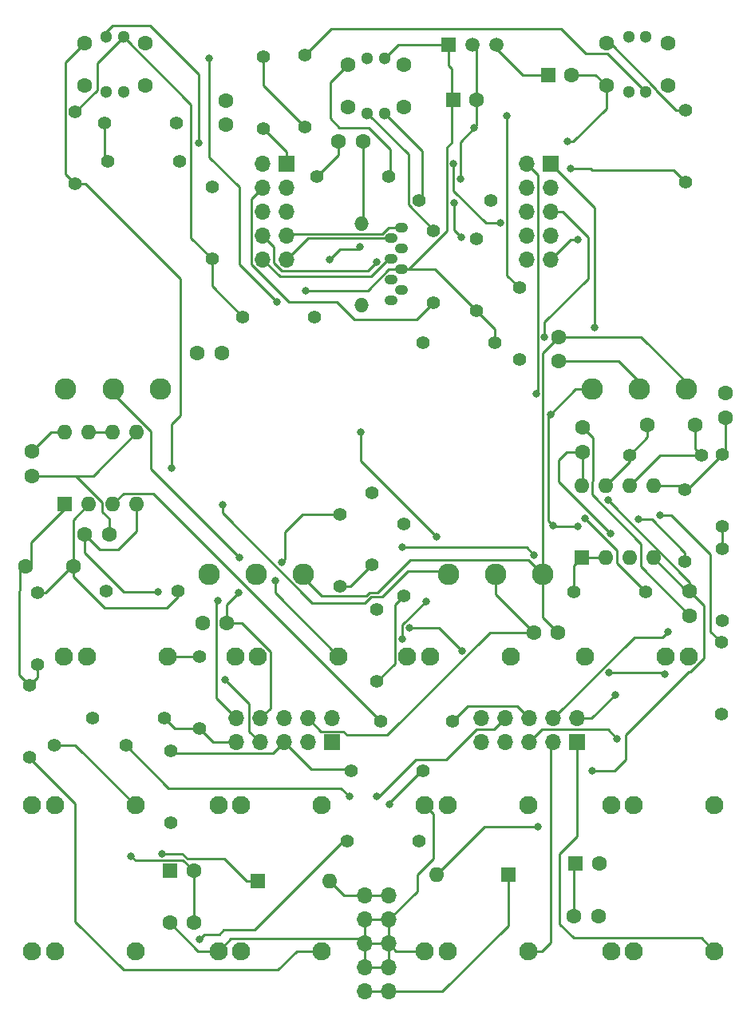
<source format=gbr>
G04 #@! TF.GenerationSoftware,KiCad,Pcbnew,7.0.1-0*
G04 #@! TF.CreationDate,2023-04-05T16:45:21-07:00*
G04 #@! TF.ProjectId,Kit-Trig-Sampler,4b69742d-5472-4696-972d-53616d706c65,rev?*
G04 #@! TF.SameCoordinates,PXb745f8PY7402318*
G04 #@! TF.FileFunction,Copper,L1,Top*
G04 #@! TF.FilePolarity,Positive*
%FSLAX46Y46*%
G04 Gerber Fmt 4.6, Leading zero omitted, Abs format (unit mm)*
G04 Created by KiCad (PCBNEW 7.0.1-0) date 2023-04-05 16:45:21*
%MOMM*%
%LPD*%
G01*
G04 APERTURE LIST*
G04 #@! TA.AperFunction,ComponentPad*
%ADD10C,1.397000*%
G04 #@! TD*
G04 #@! TA.AperFunction,ComponentPad*
%ADD11C,1.600000*%
G04 #@! TD*
G04 #@! TA.AperFunction,ComponentPad*
%ADD12R,1.600000X1.600000*%
G04 #@! TD*
G04 #@! TA.AperFunction,ComponentPad*
%ADD13O,1.600000X1.600000*%
G04 #@! TD*
G04 #@! TA.AperFunction,ComponentPad*
%ADD14R,1.700000X1.700000*%
G04 #@! TD*
G04 #@! TA.AperFunction,ComponentPad*
%ADD15O,1.700000X1.700000*%
G04 #@! TD*
G04 #@! TA.AperFunction,ComponentPad*
%ADD16R,1.500000X1.500000*%
G04 #@! TD*
G04 #@! TA.AperFunction,ComponentPad*
%ADD17C,1.500000*%
G04 #@! TD*
G04 #@! TA.AperFunction,ComponentPad*
%ADD18C,1.930400*%
G04 #@! TD*
G04 #@! TA.AperFunction,ComponentPad*
%ADD19C,1.300000*%
G04 #@! TD*
G04 #@! TA.AperFunction,ComponentPad*
%ADD20O,1.397000X1.092200*%
G04 #@! TD*
G04 #@! TA.AperFunction,ComponentPad*
%ADD21O,1.524000X1.524000*%
G04 #@! TD*
G04 #@! TA.AperFunction,ComponentPad*
%ADD22C,2.286000*%
G04 #@! TD*
G04 #@! TA.AperFunction,ViaPad*
%ADD23C,0.800000*%
G04 #@! TD*
G04 #@! TA.AperFunction,Conductor*
%ADD24C,0.250000*%
G04 #@! TD*
G04 APERTURE END LIST*
D10*
G04 #@! TO.P,R17,1*
G04 #@! TO.N,Net-(J5-SIG)*
X35949000Y19623800D03*
G04 #@! TO.P,R17,2*
G04 #@! TO.N,/D2*
X43569000Y19623800D03*
G04 #@! TD*
D11*
G04 #@! TO.P,C7,1*
G04 #@! TO.N,+12V*
X60017200Y11643800D03*
G04 #@! TO.P,C7,2*
G04 #@! TO.N,GND*
X62608000Y11643800D03*
G04 #@! TD*
G04 #@! TO.P,C17,1*
G04 #@! TO.N,/D12*
X35017200Y93743800D03*
G04 #@! TO.P,C17,2*
G04 #@! TO.N,GND*
X37608000Y93743800D03*
G04 #@! TD*
D10*
G04 #@! TO.P,R26,1*
G04 #@! TO.N,Net-(PLAY_BUT1-POLE-A)*
X40299000Y90043800D03*
G04 #@! TO.P,R26,2*
G04 #@! TO.N,/D12*
X32679000Y90043800D03*
G04 #@! TD*
G04 #@! TO.P,R2,1*
G04 #@! TO.N,Net-(J1-SIG)*
X39089000Y44153800D03*
G04 #@! TO.P,R2,2*
G04 #@! TO.N,/A0*
X39089000Y36533800D03*
G04 #@! TD*
G04 #@! TO.P,R37,1*
G04 #@! TO.N,Net-(R37-Pad1)*
X75759000Y52983800D03*
G04 #@! TO.P,R37,2*
G04 #@! TO.N,Net-(U1B-+)*
X75759000Y60603800D03*
G04 #@! TD*
D12*
G04 #@! TO.P,D2,1,K*
G04 #@! TO.N,Net-(D2-K)*
X52999000Y16043800D03*
D13*
G04 #@! TO.P,D2,2,A*
G04 #@! TO.N,-12VA*
X45379000Y16043800D03*
G04 #@! TD*
D10*
G04 #@! TO.P,R33,1*
G04 #@! TO.N,Net-(J13-SIG)*
X43979000Y27093800D03*
G04 #@! TO.P,R33,2*
G04 #@! TO.N,/A4*
X36359000Y27093800D03*
G04 #@! TD*
D14*
G04 #@! TO.P,JC1,1,+12V*
G04 #@! TO.N,/A0*
X34340978Y30080000D03*
D15*
G04 #@! TO.P,JC1,2,+12V*
G04 #@! TO.N,/A1*
X34340978Y32620000D03*
G04 #@! TO.P,JC1,3,GND*
G04 #@! TO.N,/A2*
X31800978Y30080000D03*
G04 #@! TO.P,JC1,4,GND*
G04 #@! TO.N,/A3*
X31800978Y32620000D03*
G04 #@! TO.P,JC1,5,GND*
G04 #@! TO.N,/A4*
X29260978Y30080000D03*
G04 #@! TO.P,JC1,6,GND*
G04 #@! TO.N,/A5*
X29260978Y32620000D03*
G04 #@! TO.P,JC1,7,GND*
G04 #@! TO.N,/A6*
X26720978Y30080000D03*
G04 #@! TO.P,JC1,8,GND*
G04 #@! TO.N,/A7*
X26720978Y32620000D03*
G04 #@! TO.P,JC1,9,-12V*
G04 #@! TO.N,/A8*
X24180978Y30080000D03*
G04 #@! TO.P,JC1,10,-12V*
G04 #@! TO.N,/A9*
X24180978Y32620000D03*
G04 #@! TD*
D10*
G04 #@! TO.P,R16,1*
G04 #@! TO.N,Net-(R16-Pad1)*
X31489000Y95333800D03*
G04 #@! TO.P,R16,2*
G04 #@! TO.N,Net-(Bank_But1-B)*
X31489000Y102953800D03*
G04 #@! TD*
D11*
G04 #@! TO.P,C1,1*
G04 #@! TO.N,/A1*
X58389000Y70472000D03*
G04 #@! TO.P,C1,2*
G04 #@! TO.N,GNDADC*
X58389000Y73062800D03*
G04 #@! TD*
D12*
G04 #@! TO.P,C4,1*
G04 #@! TO.N,+12V*
X60189000Y17243800D03*
D11*
G04 #@! TO.P,C4,2*
G04 #@! TO.N,GND*
X62689000Y17243800D03*
G04 #@! TD*
D10*
G04 #@! TO.P,R5,1*
G04 #@! TO.N,GND*
X41989000Y53253800D03*
G04 #@! TO.P,R5,2*
G04 #@! TO.N,/A0*
X41989000Y45633800D03*
G04 #@! TD*
G04 #@! TO.P,R14,1*
G04 #@! TO.N,Net-(U2A--)*
X3089000Y45963800D03*
G04 #@! TO.P,R14,2*
G04 #@! TO.N,Net-(C11-Pad2)*
X3089000Y38343800D03*
G04 #@! TD*
G04 #@! TO.P,R25,1*
G04 #@! TO.N,Net-(Bank_But1-POLE-A)*
X71805800Y97104200D03*
G04 #@! TO.P,R25,2*
G04 #@! TO.N,/D6*
X71805800Y89484200D03*
G04 #@! TD*
D11*
G04 #@! TO.P,C15,1*
G04 #@! TO.N,-12VA*
X8078200Y52133800D03*
G04 #@! TO.P,C15,2*
G04 #@! TO.N,GND*
X10669000Y52133800D03*
G04 #@! TD*
D12*
G04 #@! TO.P,C19,1*
G04 #@! TO.N,+12V*
X57264000Y100818800D03*
D11*
G04 #@! TO.P,C19,2*
G04 #@! TO.N,GND*
X59764000Y100818800D03*
G04 #@! TD*
D12*
G04 #@! TO.P,C20,1*
G04 #@! TO.N,+3V3*
X47189000Y98218800D03*
D11*
G04 #@! TO.P,C20,2*
G04 #@! TO.N,GND*
X49689000Y98218800D03*
G04 #@! TD*
D12*
G04 #@! TO.P,D1,1,K*
G04 #@! TO.N,+12V*
X26479000Y15343800D03*
D13*
G04 #@! TO.P,D1,2,A*
G04 #@! TO.N,Net-(D1-A)*
X34099000Y15343800D03*
G04 #@! TD*
D11*
G04 #@! TO.P,C13,1*
G04 #@! TO.N,-12VA*
X72289000Y46115600D03*
G04 #@! TO.P,C13,2*
G04 #@! TO.N,GND*
X72289000Y43524800D03*
G04 #@! TD*
D10*
G04 #@! TO.P,R23,1*
G04 #@! TO.N,Net-(PLAY_BUT1-G)*
X54189000Y78253800D03*
G04 #@! TO.P,R23,2*
G04 #@! TO.N,/D14*
X54189000Y70633800D03*
G04 #@! TD*
D11*
G04 #@! TO.P,C9,1*
G04 #@! TO.N,/A7*
X23160800Y42743800D03*
G04 #@! TO.P,C9,2*
G04 #@! TO.N,GNDADC*
X20570000Y42743800D03*
G04 #@! TD*
D12*
G04 #@! TO.P,U1,1*
G04 #@! TO.N,Net-(U1A--)*
X60789000Y49633800D03*
D13*
G04 #@! TO.P,U1,2,-*
X63329000Y49633800D03*
G04 #@! TO.P,U1,3,+*
G04 #@! TO.N,Net-(U1A-+)*
X65869000Y49633800D03*
G04 #@! TO.P,U1,4,V-*
G04 #@! TO.N,-12VA*
X68409000Y49633800D03*
G04 #@! TO.P,U1,5,+*
G04 #@! TO.N,Net-(U1B-+)*
X68409000Y57253800D03*
G04 #@! TO.P,U1,6,-*
G04 #@! TO.N,Net-(U1B--)*
X65869000Y57253800D03*
G04 #@! TO.P,U1,7*
G04 #@! TO.N,/A2*
X63329000Y57253800D03*
G04 #@! TO.P,U1,8,V+*
G04 #@! TO.N,+12V*
X60789000Y57253800D03*
G04 #@! TD*
D10*
G04 #@! TO.P,R30,1*
G04 #@! TO.N,+3V3*
X51562000Y72415400D03*
G04 #@! TO.P,R30,2*
G04 #@! TO.N,/D4*
X43942000Y72415400D03*
G04 #@! TD*
G04 #@! TO.P,R21,1*
G04 #@! TO.N,Net-(R21-Pad1)*
X10219000Y95703800D03*
G04 #@! TO.P,R21,2*
G04 #@! TO.N,Net-(REV_BUT1-R)*
X17839000Y95703800D03*
G04 #@! TD*
G04 #@! TO.P,R20,1*
G04 #@! TO.N,Net-(J6-SIG)*
X4829000Y29753800D03*
G04 #@! TO.P,R20,2*
G04 #@! TO.N,/D13*
X12449000Y29753800D03*
G04 #@! TD*
D15*
G04 #@! TO.P,J14,1,+12V*
G04 #@! TO.N,Net-(D1-A)*
X37819000Y13823800D03*
G04 #@! TO.P,J14,2,+12V*
X40359000Y13823800D03*
G04 #@! TO.P,J14,3,GND*
G04 #@! TO.N,GND*
X37819000Y11283800D03*
G04 #@! TO.P,J14,4,GND*
X40359000Y11283800D03*
G04 #@! TO.P,J14,5,GND*
X37819000Y8743800D03*
G04 #@! TO.P,J14,6,GND*
X40359000Y8743800D03*
G04 #@! TO.P,J14,7,GND*
X37819000Y6203800D03*
G04 #@! TO.P,J14,8,GND*
X40359000Y6203800D03*
G04 #@! TO.P,J14,9,-12V*
G04 #@! TO.N,Net-(D2-K)*
X37819000Y3663800D03*
G04 #@! TO.P,J14,10,-12V*
X40359000Y3663800D03*
G04 #@! TD*
D10*
G04 #@! TO.P,R4,1*
G04 #@! TO.N,Net-(J3-SIG)*
X20289000Y39153800D03*
G04 #@! TO.P,R4,2*
G04 #@! TO.N,/A8*
X20289000Y31533800D03*
G04 #@! TD*
G04 #@! TO.P,R28,1*
G04 #@! TO.N,+3V3*
X21589000Y81333800D03*
G04 #@! TO.P,R28,2*
G04 #@! TO.N,/D18*
X21589000Y88953800D03*
G04 #@! TD*
G04 #@! TO.P,R40,1*
G04 #@! TO.N,/D5*
X27079000Y95173800D03*
G04 #@! TO.P,R40,2*
G04 #@! TO.N,Net-(R16-Pad1)*
X27079000Y102793800D03*
G04 #@! TD*
G04 #@! TO.P,R1,1*
G04 #@! TO.N,Net-(J4-SIG)*
X75639000Y33043800D03*
G04 #@! TO.P,R1,2*
G04 #@! TO.N,Net-(U1A-+)*
X75639000Y40663800D03*
G04 #@! TD*
G04 #@! TO.P,R41,1*
G04 #@! TO.N,/D7*
X18149000Y91653800D03*
G04 #@! TO.P,R41,2*
G04 #@! TO.N,Net-(R21-Pad1)*
X10529000Y91653800D03*
G04 #@! TD*
G04 #@! TO.P,R12,1*
G04 #@! TO.N,/D15*
X47099000Y32343800D03*
G04 #@! TO.P,R12,2*
G04 #@! TO.N,Net-(U2A-+)*
X39479000Y32343800D03*
G04 #@! TD*
D11*
G04 #@! TO.P,C8,1*
G04 #@! TO.N,-12VA*
X19709800Y10943800D03*
G04 #@! TO.P,C8,2*
G04 #@! TO.N,GND*
X17119000Y10943800D03*
G04 #@! TD*
D10*
G04 #@! TO.P,R27,1*
G04 #@! TO.N,+3V3*
X7061200Y96875600D03*
G04 #@! TO.P,R27,2*
G04 #@! TO.N,/A6*
X7061200Y89255600D03*
G04 #@! TD*
D11*
G04 #@! TO.P,C6,1*
G04 #@! TO.N,/A2*
X67774400Y63743800D03*
G04 #@! TO.P,C6,2*
G04 #@! TO.N,Net-(U1B--)*
X72854400Y63743800D03*
G04 #@! TD*
D10*
G04 #@! TO.P,R6,1*
G04 #@! TO.N,GND*
X38589000Y56553800D03*
G04 #@! TO.P,R6,2*
G04 #@! TO.N,/A5*
X38589000Y48933800D03*
G04 #@! TD*
G04 #@! TO.P,R9,1*
G04 #@! TO.N,GND*
X75759000Y42963800D03*
G04 #@! TO.P,R9,2*
G04 #@! TO.N,Net-(R37-Pad1)*
X75759000Y50583800D03*
G04 #@! TD*
G04 #@! TO.P,R32,1*
G04 #@! TO.N,+3V3*
X24879000Y75143800D03*
G04 #@! TO.P,R32,2*
G04 #@! TO.N,/D17*
X32499000Y75143800D03*
G04 #@! TD*
D11*
G04 #@! TO.P,C2,1*
G04 #@! TO.N,/A9*
X20017200Y71343800D03*
G04 #@! TO.P,C2,2*
G04 #@! TO.N,GNDADC*
X22608000Y71343800D03*
G04 #@! TD*
D10*
G04 #@! TO.P,R13,1*
G04 #@! TO.N,GND*
X10329000Y46143800D03*
G04 #@! TO.P,R13,2*
G04 #@! TO.N,Net-(U2A--)*
X17949000Y46143800D03*
G04 #@! TD*
G04 #@! TO.P,R19,1*
G04 #@! TO.N,/D8*
X45089000Y76663800D03*
G04 #@! TO.P,R19,2*
G04 #@! TO.N,Net-(PLAY_BUT1-R)*
X45089000Y84283800D03*
G04 #@! TD*
D12*
G04 #@! TO.P,C5,1*
G04 #@! TO.N,GND*
X17139000Y16443800D03*
D11*
G04 #@! TO.P,C5,2*
G04 #@! TO.N,-12VA*
X19639000Y16443800D03*
G04 #@! TD*
G04 #@! TO.P,C14,1*
G04 #@! TO.N,+12V*
X2489000Y60915600D03*
G04 #@! TO.P,C14,2*
G04 #@! TO.N,GND*
X2489000Y58324800D03*
G04 #@! TD*
D10*
G04 #@! TO.P,R34,1*
G04 #@! TO.N,GND*
X17189000Y21533800D03*
G04 #@! TO.P,R34,2*
G04 #@! TO.N,/A4*
X17189000Y29153800D03*
G04 #@! TD*
D14*
G04 #@! TO.P,JA1,1,+12V*
G04 #@! TO.N,-12VA*
X57531000Y91429992D03*
D15*
G04 #@! TO.P,JA1,2,+12V*
G04 #@! TO.N,VREF+*
X54991000Y91429992D03*
G04 #@! TO.P,JA1,3,GND*
G04 #@! TO.N,/D11*
X57531000Y88889992D03*
G04 #@! TO.P,JA1,4,GND*
G04 #@! TO.N,/D10*
X54991000Y88889992D03*
G04 #@! TO.P,JA1,5,GND*
G04 #@! TO.N,/D14*
X57531000Y86349992D03*
G04 #@! TO.P,JA1,6,GND*
G04 #@! TO.N,/D12*
X54991000Y86349992D03*
G04 #@! TO.P,JA1,7,GND*
G04 #@! TO.N,GND*
X57531000Y83809992D03*
G04 #@! TO.P,JA1,8,GND*
G04 #@! TO.N,GNDADC*
X54991000Y83809992D03*
G04 #@! TO.P,JA1,9,-12V*
G04 #@! TO.N,+12V*
X57531000Y81269992D03*
G04 #@! TO.P,JA1,10,-12V*
G04 #@! TO.N,/Unused(5V)*
X54991000Y81269992D03*
G04 #@! TD*
D10*
G04 #@! TO.P,R31,1*
G04 #@! TO.N,+3V3*
X49649000Y75813800D03*
G04 #@! TO.P,R31,2*
G04 #@! TO.N,/D16*
X49649000Y83433800D03*
G04 #@! TD*
D12*
G04 #@! TO.P,U2,1*
G04 #@! TO.N,Net-(C11-Pad2)*
X5989000Y55333800D03*
D13*
G04 #@! TO.P,U2,2,-*
G04 #@! TO.N,Net-(U2A--)*
X8529000Y55333800D03*
G04 #@! TO.P,U2,3,+*
G04 #@! TO.N,Net-(U2A-+)*
X11069000Y55333800D03*
G04 #@! TO.P,U2,4,V-*
G04 #@! TO.N,-12VA*
X13609000Y55333800D03*
G04 #@! TO.P,U2,5,+*
G04 #@! TO.N,GND*
X13609000Y62953800D03*
G04 #@! TO.P,U2,6,-*
G04 #@! TO.N,Net-(U2B--)*
X11069000Y62953800D03*
G04 #@! TO.P,U2,7*
X8529000Y62953800D03*
G04 #@! TO.P,U2,8,V+*
G04 #@! TO.N,+12V*
X5989000Y62953800D03*
G04 #@! TD*
D10*
G04 #@! TO.P,R7,1*
G04 #@! TO.N,GND*
X8919000Y32673800D03*
G04 #@! TO.P,R7,2*
G04 #@! TO.N,/A8*
X16539000Y32673800D03*
G04 #@! TD*
D16*
G04 #@! TO.P,U3,1,VO*
G04 #@! TO.N,+3V3*
X46724000Y104026300D03*
D17*
G04 #@! TO.P,U3,2,GND*
G04 #@! TO.N,GND*
X49264000Y104026300D03*
G04 #@! TO.P,U3,3,VI*
G04 #@! TO.N,+12V*
X51804000Y104026300D03*
G04 #@! TD*
D11*
G04 #@! TO.P,C12,1*
G04 #@! TO.N,+12V*
X60889000Y60872000D03*
G04 #@! TO.P,C12,2*
G04 #@! TO.N,GND*
X60889000Y63462800D03*
G04 #@! TD*
G04 #@! TO.P,C16,1*
G04 #@! TO.N,/D6*
X23089000Y95543800D03*
G04 #@! TO.P,C16,2*
G04 #@! TO.N,GND*
X23089000Y98134600D03*
G04 #@! TD*
D10*
G04 #@! TO.P,R11,1*
G04 #@! TO.N,Net-(U1B-+)*
X71789000Y56853800D03*
G04 #@! TO.P,R11,2*
G04 #@! TO.N,VREF+*
X71789000Y49233800D03*
G04 #@! TD*
G04 #@! TO.P,R10,1*
G04 #@! TO.N,/A2*
X65879000Y60543800D03*
G04 #@! TO.P,R10,2*
G04 #@! TO.N,Net-(U1B--)*
X73499000Y60543800D03*
G04 #@! TD*
G04 #@! TO.P,R15,1*
G04 #@! TO.N,Net-(C11-Pad2)*
X2239000Y36093800D03*
G04 #@! TO.P,R15,2*
G04 #@! TO.N,Net-(J7-SIG)*
X2239000Y28473800D03*
G04 #@! TD*
D11*
G04 #@! TO.P,C11,1*
G04 #@! TO.N,Net-(U2A--)*
X6883600Y48763800D03*
G04 #@! TO.P,C11,2*
G04 #@! TO.N,Net-(C11-Pad2)*
X1803600Y48763800D03*
G04 #@! TD*
D10*
G04 #@! TO.P,R18,1*
G04 #@! TO.N,/D11*
X51189000Y87553800D03*
G04 #@! TO.P,R18,2*
G04 #@! TO.N,Net-(PLAY_BUT1-B)*
X43569000Y87553800D03*
G04 #@! TD*
D14*
G04 #@! TO.P,JB1,1,+12V*
G04 #@! TO.N,/AUDIO_OUT2*
X60341002Y30080000D03*
D15*
G04 #@! TO.P,JB1,2,+12V*
G04 #@! TO.N,/D0*
X60341002Y32620000D03*
G04 #@! TO.P,JB1,3,GND*
G04 #@! TO.N,/AUDIO_OUT1*
X57801002Y30080000D03*
G04 #@! TO.P,JB1,4,GND*
G04 #@! TO.N,/D1*
X57801002Y32620000D03*
G04 #@! TO.P,JB1,5,GND*
G04 #@! TO.N,/AUDIO_IN2*
X55261002Y30080000D03*
G04 #@! TO.P,JB1,6,GND*
G04 #@! TO.N,/D15*
X55261002Y32620000D03*
G04 #@! TO.P,JB1,7,GND*
G04 #@! TO.N,/AUDIO_IN1*
X52721002Y30080000D03*
G04 #@! TO.P,JB1,8,GND*
G04 #@! TO.N,/D13*
X52721002Y32620000D03*
G04 #@! TO.P,JB1,9,-12V*
G04 #@! TO.N,/D3*
X50181002Y30080000D03*
G04 #@! TO.P,JB1,10,-12V*
G04 #@! TO.N,/D2*
X50181002Y32620000D03*
G04 #@! TD*
D10*
G04 #@! TO.P,R8,1*
G04 #@! TO.N,Net-(U1A--)*
X59979000Y46043800D03*
G04 #@! TO.P,R8,2*
G04 #@! TO.N,Net-(U1B--)*
X67599000Y46043800D03*
G04 #@! TD*
D11*
G04 #@! TO.P,C3,1*
G04 #@! TO.N,GND*
X76089000Y67115600D03*
G04 #@! TO.P,C3,2*
G04 #@! TO.N,Net-(U1B-+)*
X76089000Y64524800D03*
G04 #@! TD*
D14*
G04 #@! TO.P,JD1,1,+12V*
G04 #@! TO.N,/D5*
X29530980Y91429992D03*
D15*
G04 #@! TO.P,JD1,2,+12V*
G04 #@! TO.N,/D6*
X26990980Y91429992D03*
G04 #@! TO.P,JD1,3,GND*
G04 #@! TO.N,/D19*
X29530980Y88889992D03*
G04 #@! TO.P,JD1,4,GND*
G04 #@! TO.N,/D8*
X26990980Y88889992D03*
G04 #@! TO.P,JD1,5,GND*
G04 #@! TO.N,/D18*
X29530980Y86349992D03*
G04 #@! TO.P,JD1,6,GND*
G04 #@! TO.N,/D7*
X26990980Y86349992D03*
G04 #@! TO.P,JD1,7,GND*
G04 #@! TO.N,/D17*
X29530980Y83809992D03*
G04 #@! TO.P,JD1,8,GND*
G04 #@! TO.N,/D4*
X26990980Y83809992D03*
G04 #@! TO.P,JD1,9,-12V*
G04 #@! TO.N,/D16*
X29530980Y81269992D03*
G04 #@! TO.P,JD1,10,-12V*
G04 #@! TO.N,/D9*
X26990980Y81269992D03*
G04 #@! TD*
D10*
G04 #@! TO.P,R3,1*
G04 #@! TO.N,Net-(J2-SIG)*
X35189000Y54253800D03*
G04 #@! TO.P,R3,2*
G04 #@! TO.N,/A5*
X35189000Y46633800D03*
G04 #@! TD*
D11*
G04 #@! TO.P,C10,1*
G04 #@! TO.N,/A3*
X55717200Y41743800D03*
G04 #@! TO.P,C10,2*
G04 #@! TO.N,GNDADC*
X58308000Y41743800D03*
G04 #@! TD*
D18*
G04 #@! TO.P,J10,1,SIG*
G04 #@! TO.N,/AUDIO_IN1*
X55153000Y23386564D03*
G04 #@! TO.P,J10,2,SHEILD*
G04 #@! TO.N,GND*
X44180200Y23386564D03*
G04 #@! TO.P,J10,3,SW*
G04 #@! TO.N,unconnected-(J10-SW-Pad3)*
X46593200Y23386564D03*
G04 #@! TD*
D11*
G04 #@! TO.P,Bank_But1,1,UP-A*
G04 #@! TO.N,unconnected-(Bank_But1-UP-A-Pad1)*
X69939000Y104186564D03*
G04 #@! TO.P,Bank_But1,2,POLE-A*
G04 #@! TO.N,Net-(Bank_But1-POLE-A)*
X63439000Y104186564D03*
G04 #@! TO.P,Bank_But1,3,DOWN-A*
G04 #@! TO.N,unconnected-(Bank_But1-DOWN-A-Pad3)*
X69939000Y99686564D03*
G04 #@! TO.P,Bank_But1,4,UP-B*
G04 #@! TO.N,GND*
X63439000Y99686564D03*
D19*
G04 #@! TO.P,Bank_But1,5,CA*
G04 #@! TO.N,+3V3*
X67589000Y104836564D03*
G04 #@! TO.P,Bank_But1,6,G*
G04 #@! TO.N,/D0*
X65789000Y104836564D03*
G04 #@! TO.P,Bank_But1,7,R*
G04 #@! TO.N,/D1*
X65789000Y99036564D03*
G04 #@! TO.P,Bank_But1,8,B*
G04 #@! TO.N,Net-(Bank_But1-B)*
X67589000Y99036564D03*
G04 #@! TD*
D20*
G04 #@! TO.P,SD1,1,DAT2*
G04 #@! TO.N,/D18*
X40619000Y76904049D03*
G04 #@! TO.P,SD1,2,CD/DAT3*
G04 #@! TO.N,/D19*
X41718820Y78003869D03*
G04 #@! TO.P,SD1,3,CMD*
G04 #@! TO.N,/D4*
X40619000Y79103943D03*
G04 #@! TO.P,SD1,4,VDD*
G04 #@! TO.N,+3V3*
X41718820Y80203763D03*
G04 #@! TO.P,SD1,5,CLK*
G04 #@! TO.N,/D9*
X40619000Y81303837D03*
G04 #@! TO.P,SD1,6,VSS*
G04 #@! TO.N,GND*
X41718820Y82403657D03*
G04 #@! TO.P,SD1,7,DAT0*
G04 #@! TO.N,/D16*
X40619000Y83503731D03*
G04 #@! TO.P,SD1,8,DAT1*
G04 #@! TO.N,/D17*
X41718820Y84603551D03*
D21*
G04 #@! TO.P,SD1,9,SHELL1*
G04 #@! TO.N,GND*
X37449080Y76461200D03*
G04 #@! TO.P,SD1,10,SHELL2*
X37449080Y85046400D03*
G04 #@! TD*
D22*
G04 #@! TO.P,POT_LENGTH1,1,Left*
G04 #@! TO.N,GNDADC*
X31289000Y47919800D03*
G04 #@! TO.P,POT_LENGTH1,2,Center*
G04 #@! TO.N,/A7*
X26289000Y47919800D03*
G04 #@! TO.P,POT_LENGTH1,3,Right*
G04 #@! TO.N,VREF+*
X21289000Y47919800D03*
G04 #@! TD*
D18*
G04 #@! TO.P,J2,1,SIG*
G04 #@! TO.N,Net-(J2-SIG)*
X35046000Y39186564D03*
G04 #@! TO.P,J2,2,SHEILD*
G04 #@! TO.N,GND*
X24073200Y39186564D03*
G04 #@! TO.P,J2,3,SW*
X26486200Y39186564D03*
G04 #@! TD*
D22*
G04 #@! TO.P,POT_PITCH1,1,Left*
G04 #@! TO.N,GNDADC*
X71889000Y67507564D03*
G04 #@! TO.P,POT_PITCH1,2,Center*
G04 #@! TO.N,/A1*
X66889000Y67507564D03*
G04 #@! TO.P,POT_PITCH1,3,Right*
G04 #@! TO.N,VREF+*
X61889000Y67507564D03*
G04 #@! TD*
D18*
G04 #@! TO.P,J7,1,SIG*
G04 #@! TO.N,Net-(J7-SIG)*
X33266000Y7961564D03*
G04 #@! TO.P,J7,2,SHEILD*
G04 #@! TO.N,GND*
X22293200Y7961564D03*
G04 #@! TO.P,J7,3,SW*
G04 #@! TO.N,unconnected-(J7-SW-Pad3)*
X24706200Y7961564D03*
G04 #@! TD*
G04 #@! TO.P,J6,1,SIG*
G04 #@! TO.N,Net-(J6-SIG)*
X13471000Y23386564D03*
G04 #@! TO.P,J6,2,SHEILD*
G04 #@! TO.N,GND*
X2498200Y23386564D03*
G04 #@! TO.P,J6,3,SW*
X4911200Y23386564D03*
G04 #@! TD*
G04 #@! TO.P,J4,1,SIG*
G04 #@! TO.N,Net-(J4-SIG)*
X61182000Y39186564D03*
G04 #@! TO.P,J4,2,SHEILD*
G04 #@! TO.N,GND*
X72154800Y39186564D03*
G04 #@! TO.P,J4,3,SW*
X69741800Y39186564D03*
G04 #@! TD*
D11*
G04 #@! TO.P,REV_BUT1,1,UP-A*
G04 #@! TO.N,unconnected-(REV_BUT1-UP-A-Pad1)*
X14539000Y104186564D03*
G04 #@! TO.P,REV_BUT1,2,POLE-A*
G04 #@! TO.N,/A6*
X8039000Y104186564D03*
G04 #@! TO.P,REV_BUT1,3,DOWN-A*
G04 #@! TO.N,unconnected-(REV_BUT1-DOWN-A-Pad3)*
X14539000Y99686564D03*
G04 #@! TO.P,REV_BUT1,4,UP-B*
G04 #@! TO.N,GND*
X8039000Y99686564D03*
D19*
G04 #@! TO.P,REV_BUT1,5,CA*
G04 #@! TO.N,+3V3*
X12189000Y104836564D03*
G04 #@! TO.P,REV_BUT1,6,G*
G04 #@! TO.N,/D10*
X10389000Y104836564D03*
G04 #@! TO.P,REV_BUT1,7,R*
G04 #@! TO.N,Net-(REV_BUT1-R)*
X10389000Y99036564D03*
G04 #@! TO.P,REV_BUT1,8,B*
G04 #@! TO.N,/D3*
X12189000Y99036564D03*
G04 #@! TD*
D18*
G04 #@! TO.P,J5,1,SIG*
G04 #@! TO.N,Net-(J5-SIG)*
X13471000Y7961564D03*
G04 #@! TO.P,J5,2,SHEILD*
G04 #@! TO.N,GND*
X2498200Y7961564D03*
G04 #@! TO.P,J5,3,SW*
X4911200Y7961564D03*
G04 #@! TD*
G04 #@! TO.P,J9,1,SIG*
G04 #@! TO.N,/AUDIO_OUT1*
X55126000Y7961564D03*
G04 #@! TO.P,J9,2,SHEILD*
G04 #@! TO.N,GND*
X44153200Y7961564D03*
G04 #@! TO.P,J9,3,SW*
G04 #@! TO.N,unconnected-(J9-SW-Pad3)*
X46566200Y7961564D03*
G04 #@! TD*
G04 #@! TO.P,J8,1,SIG*
G04 #@! TO.N,/AUDIO_IN2*
X74921000Y23386564D03*
G04 #@! TO.P,J8,2,SHEILD*
G04 #@! TO.N,GND*
X63948200Y23386564D03*
G04 #@! TO.P,J8,3,SW*
G04 #@! TO.N,unconnected-(J8-SW-Pad3)*
X66361200Y23386564D03*
G04 #@! TD*
G04 #@! TO.P,J1,1,SIG*
G04 #@! TO.N,Net-(J1-SIG)*
X53271000Y39186564D03*
G04 #@! TO.P,J1,2,SHEILD*
G04 #@! TO.N,GND*
X42298200Y39186564D03*
G04 #@! TO.P,J1,3,SW*
X44711200Y39186564D03*
G04 #@! TD*
G04 #@! TO.P,J11,1,SIG*
G04 #@! TO.N,/AUDIO_OUT2*
X74921000Y7961564D03*
G04 #@! TO.P,J11,2,SHEILD*
G04 #@! TO.N,GND*
X63948200Y7961564D03*
G04 #@! TO.P,J11,3,SW*
G04 #@! TO.N,unconnected-(J11-SW-Pad3)*
X66361200Y7961564D03*
G04 #@! TD*
G04 #@! TO.P,J13,1,SIG*
G04 #@! TO.N,Net-(J13-SIG)*
X33239000Y23386564D03*
G04 #@! TO.P,J13,2,SHEILD*
G04 #@! TO.N,GND*
X22266200Y23386564D03*
G04 #@! TO.P,J13,3,SW*
X24679200Y23386564D03*
G04 #@! TD*
D22*
G04 #@! TO.P,POT_START1,1,Left*
G04 #@! TO.N,GNDADC*
X56689000Y47875481D03*
G04 #@! TO.P,POT_START1,2,Center*
G04 #@! TO.N,/A3*
X51689000Y47875481D03*
G04 #@! TO.P,POT_START1,3,Right*
G04 #@! TO.N,VREF+*
X46689000Y47875481D03*
G04 #@! TD*
D11*
G04 #@! TO.P,PLAY_BUT1,1,UP-A*
G04 #@! TO.N,unconnected-(PLAY_BUT1-UP-A-Pad1)*
X41985000Y101911564D03*
G04 #@! TO.P,PLAY_BUT1,2,POLE-A*
G04 #@! TO.N,Net-(PLAY_BUT1-POLE-A)*
X35993000Y101911564D03*
G04 #@! TO.P,PLAY_BUT1,3,DOWN-A*
G04 #@! TO.N,unconnected-(PLAY_BUT1-DOWN-A-Pad3)*
X41985000Y97411564D03*
G04 #@! TO.P,PLAY_BUT1,4,UP-B*
G04 #@! TO.N,GND*
X35993000Y97411564D03*
D19*
G04 #@! TO.P,PLAY_BUT1,5,CA*
G04 #@! TO.N,+3V3*
X39889000Y102561564D03*
G04 #@! TO.P,PLAY_BUT1,6,G*
G04 #@! TO.N,Net-(PLAY_BUT1-G)*
X38089000Y102561564D03*
G04 #@! TO.P,PLAY_BUT1,7,R*
G04 #@! TO.N,Net-(PLAY_BUT1-R)*
X38089000Y96761564D03*
G04 #@! TO.P,PLAY_BUT1,8,B*
G04 #@! TO.N,Net-(PLAY_BUT1-B)*
X39889000Y96761564D03*
G04 #@! TD*
D22*
G04 #@! TO.P,POT_SAMP1,1,Left*
G04 #@! TO.N,GNDADC*
X16089000Y67507564D03*
G04 #@! TO.P,POT_SAMP1,2,Center*
G04 #@! TO.N,/A9*
X11089000Y67507564D03*
G04 #@! TO.P,POT_SAMP1,3,Right*
G04 #@! TO.N,VREF+*
X6089000Y67507564D03*
G04 #@! TD*
D18*
G04 #@! TO.P,J3,1,SIG*
G04 #@! TO.N,Net-(J3-SIG)*
X16871000Y39186564D03*
G04 #@! TO.P,J3,2,SHEILD*
G04 #@! TO.N,GND*
X5898200Y39186564D03*
G04 #@! TO.P,J3,3,SW*
X8311200Y39186564D03*
G04 #@! TD*
D23*
G04 #@! TO.N,GND*
X59314000Y93743800D03*
X49439000Y95218800D03*
X37279000Y82633800D03*
X47283500Y87254800D03*
X47953500Y89819300D03*
X34031701Y81276501D03*
X48046299Y83641099D03*
G04 #@! TO.N,+3V3*
X31519000Y77973800D03*
G04 #@! TO.N,+12V*
X60389000Y83368800D03*
X63889000Y52243800D03*
X16289000Y18293300D03*
G04 #@! TO.N,-12VA*
X15849000Y46013800D03*
X63609000Y55763800D03*
X62169000Y74043800D03*
X12989000Y18043800D03*
X61889000Y27043800D03*
X56189000Y21143800D03*
G04 #@! TO.N,/A2*
X55789000Y49943800D03*
X41789000Y50743800D03*
G04 #@! TO.N,/A7*
X24389000Y45943800D03*
G04 #@! TO.N,/A6*
X22989000Y36743800D03*
X17335343Y59190143D03*
G04 #@! TO.N,/D6*
X59664500Y90918800D03*
G04 #@! TO.N,/A9*
X22189000Y45143800D03*
X24489000Y49643800D03*
G04 #@! TO.N,Net-(U1B--)*
X61189000Y53793300D03*
G04 #@! TO.N,/D13*
X39089000Y24343800D03*
X36189000Y24343800D03*
G04 #@! TO.N,/AUDIO_IN2*
X64589000Y30443800D03*
G04 #@! TO.N,Net-(J1-SIG)*
X42538899Y42243800D03*
X48121701Y39801099D03*
G04 #@! TO.N,VREF+*
X60429000Y52943800D03*
X66879000Y53736099D03*
X22689000Y55243800D03*
X57489000Y64843800D03*
X57814000Y53068800D03*
X55964500Y67043800D03*
G04 #@! TO.N,/D10*
X20189000Y93603800D03*
G04 #@! TO.N,/D14*
X56890500Y73043800D03*
G04 #@! TO.N,/D12*
X47229000Y91423800D03*
X52164500Y85153800D03*
G04 #@! TO.N,/D0*
X64389000Y35143800D03*
G04 #@! TO.N,/D1*
X69951299Y41781501D03*
G04 #@! TO.N,/D3*
X21279000Y102593800D03*
X28509000Y76733800D03*
X37359000Y62963800D03*
X45409000Y51883800D03*
G04 #@! TO.N,/A1*
X41789000Y41043800D03*
X44289000Y45043800D03*
G04 #@! TO.N,Net-(J2-SIG)*
X28295600Y47218600D03*
X28973440Y49166442D03*
G04 #@! TO.N,Net-(J4-SIG)*
X69672200Y37287200D03*
X63686900Y37481300D03*
G04 #@! TO.N,Net-(J13-SIG)*
X40399000Y23533800D03*
G04 #@! TO.N,Net-(PLAY_BUT1-G)*
X52839000Y96453800D03*
G04 #@! TO.N,Net-(U1A-+)*
X69149000Y54153800D03*
G04 #@! TO.N,/D4*
X39031701Y81011099D03*
G04 #@! TO.N,Net-(J5-SIG)*
X20249000Y9163800D03*
G04 #@! TD*
D24*
G04 #@! TO.N,GND*
X13609000Y62953800D02*
X8980000Y58324800D01*
X41141236Y7961564D02*
X40359000Y8743800D01*
X37819000Y6203800D02*
X40359000Y6203800D01*
X17119000Y10943800D02*
X20101236Y7961564D01*
X59764000Y100818800D02*
X62306764Y100818800D01*
X37819000Y11283800D02*
X37819000Y8743800D01*
X9944000Y54518800D02*
X10669000Y53793800D01*
X61914000Y56787809D02*
X61889000Y56762809D01*
X37819000Y8743800D02*
X40359000Y8743800D01*
X45089000Y17763800D02*
X43379000Y16053800D01*
X67089000Y51143800D02*
X67089000Y48724800D01*
X63439000Y99686564D02*
X63439000Y97273800D01*
X2489000Y58324800D02*
X6749000Y58324800D01*
X44153200Y7961564D02*
X41141236Y7961564D01*
X23583400Y9251764D02*
X37311036Y9251764D01*
X34031701Y81276501D02*
X35150787Y82395587D01*
X49439000Y95218800D02*
X49689000Y95468800D01*
X37040787Y82395587D02*
X37279000Y82633800D01*
X7128991Y58324800D02*
X9944000Y55509791D01*
X48046299Y83641099D02*
X47283500Y84403898D01*
X47953500Y93733300D02*
X49439000Y95218800D01*
X59314000Y93743800D02*
X59909000Y93743800D01*
X20101236Y7961564D02*
X22293200Y7961564D01*
X47953500Y89819300D02*
X47953500Y93733300D01*
X37608000Y93743800D02*
X37608000Y85205320D01*
X40359000Y6203800D02*
X40359000Y8743800D01*
X67089000Y48724800D02*
X72289000Y43524800D01*
X6749000Y58324800D02*
X7128991Y58324800D01*
X62306764Y100818800D02*
X63439000Y99686564D01*
X35150787Y82395587D02*
X37040787Y82395587D01*
X49689000Y103601300D02*
X49264000Y104026300D01*
X49689000Y95468800D02*
X49689000Y103601300D01*
X8980000Y58324800D02*
X6749000Y58324800D01*
X43379000Y16053800D02*
X43379000Y14303800D01*
X45089000Y22477764D02*
X45089000Y17763800D01*
X9944000Y55509791D02*
X9944000Y54518800D01*
X60889000Y63462800D02*
X62014000Y62337800D01*
X40359000Y11283800D02*
X37819000Y11283800D01*
X22293200Y7961564D02*
X23583400Y9251764D01*
X47283500Y84403898D02*
X47283500Y87254800D01*
X62014000Y62337800D02*
X62014000Y57819791D01*
X10669000Y52133800D02*
X10669000Y53793800D01*
X62014000Y57819791D02*
X61914000Y57719791D01*
X61889000Y56762809D02*
X61889000Y56343800D01*
X37819000Y8743800D02*
X37819000Y6203800D01*
X44180200Y23386564D02*
X45089000Y22477764D01*
X59909000Y93743800D02*
X63439000Y97273800D01*
X61889000Y56343800D02*
X67089000Y51143800D01*
X43379000Y14303800D02*
X40359000Y11283800D01*
X61914000Y57719791D02*
X61914000Y56787809D01*
X40359000Y8743800D02*
X40359000Y11283800D01*
G04 #@! TO.N,+3V3*
X21589000Y78433800D02*
X24879000Y75143800D01*
X47064000Y93668800D02*
X47064000Y101528800D01*
X51562000Y72415400D02*
X51562000Y73900800D01*
X19349000Y97676564D02*
X19349000Y83573800D01*
X42456411Y80203763D02*
X46559000Y84306352D01*
X45259037Y80203763D02*
X41718820Y80203763D01*
X46504000Y91123495D02*
X46504000Y93108800D01*
X38104536Y77973800D02*
X40334499Y80203763D01*
X49649000Y75813800D02*
X45259037Y80203763D01*
X41718820Y80203763D02*
X42456411Y80203763D01*
X51562000Y73900800D02*
X49649000Y75813800D01*
X40334499Y80203763D02*
X41718820Y80203763D01*
X39889000Y102561564D02*
X41353736Y104026300D01*
X46504000Y93108800D02*
X47064000Y93668800D01*
X9414000Y99228400D02*
X7061200Y96875600D01*
X12189000Y104836564D02*
X9414000Y102061564D01*
X41353736Y104026300D02*
X46724000Y104026300D01*
X46559000Y84306352D02*
X46559000Y91068495D01*
X46559000Y91068495D02*
X46504000Y91123495D01*
X19349000Y83573800D02*
X21589000Y81333800D01*
X9414000Y102061564D02*
X9414000Y99228400D01*
X12189000Y104836564D02*
X19349000Y97676564D01*
X46724000Y101868800D02*
X46724000Y104026300D01*
X21589000Y81333800D02*
X21589000Y78433800D01*
X31519000Y77973800D02*
X38104536Y77973800D01*
X47064000Y101528800D02*
X46724000Y101868800D01*
G04 #@! TO.N,/A4*
X29260978Y30080000D02*
X32107178Y27233800D01*
X28085978Y28905000D02*
X17437800Y28905000D01*
X29260978Y30080000D02*
X28085978Y28905000D01*
X32107178Y27233800D02*
X36219000Y27233800D01*
G04 #@! TO.N,GNDADC*
X37955500Y45610300D02*
X38289000Y45943800D01*
X42642681Y49397481D02*
X55167000Y49397481D01*
X39189000Y45943800D02*
X42642681Y49397481D01*
X67133764Y73062800D02*
X72689000Y67507564D01*
X56689000Y71362800D02*
X58389000Y73062800D01*
X38289000Y45943800D02*
X39189000Y45943800D01*
X31289000Y47543800D02*
X33222500Y45610300D01*
X56689000Y43362800D02*
X58308000Y41743800D01*
X56689000Y47875481D02*
X56689000Y71362800D01*
X58389000Y73062800D02*
X67133764Y73062800D01*
X56689000Y47875481D02*
X56689000Y43362800D01*
X55167000Y49397481D02*
X56689000Y47875481D01*
X33222500Y45610300D02*
X37955500Y45610300D01*
G04 #@! TO.N,/A5*
X36289000Y46633800D02*
X38589000Y48933800D01*
X35189000Y46633800D02*
X36289000Y46633800D01*
G04 #@! TO.N,Net-(Bank_But1-B)*
X58619000Y105713800D02*
X34249000Y105713800D01*
X67589000Y99036564D02*
X63564000Y103061564D01*
X34249000Y105713800D02*
X31489000Y102953800D01*
X61271236Y103061564D02*
X58619000Y105713800D01*
X63564000Y103061564D02*
X61271236Y103061564D01*
G04 #@! TO.N,+12V*
X4527200Y62953800D02*
X2489000Y60915600D01*
X18425896Y18293300D02*
X18975396Y17743800D01*
X51804000Y104026300D02*
X51804000Y103618800D01*
X5989000Y62953800D02*
X4527200Y62953800D01*
X57531000Y81269992D02*
X59629808Y83368800D01*
X51804000Y103618800D02*
X54604000Y100818800D01*
X59217200Y60872000D02*
X60889000Y60872000D01*
X18975396Y17743800D02*
X22889000Y17743800D01*
X58389000Y60043800D02*
X59217200Y60872000D01*
X25289000Y15343800D02*
X26479000Y15343800D01*
X59629808Y83368800D02*
X60389000Y83368800D01*
X22889000Y17743800D02*
X25289000Y15343800D01*
X58389000Y57743800D02*
X58389000Y60043800D01*
X60889000Y60872000D02*
X60889000Y57353800D01*
X63889000Y52243800D02*
X58389000Y57743800D01*
X16289000Y18293300D02*
X18425896Y18293300D01*
X54604000Y100818800D02*
X57264000Y100818800D01*
X60017200Y17272000D02*
X60017200Y11643800D01*
G04 #@! TO.N,-12VA*
X11659000Y50553800D02*
X13609000Y52503800D01*
X9658200Y50553800D02*
X11659000Y50553800D01*
X72289000Y46115600D02*
X73789000Y44615600D01*
X8078200Y52133800D02*
X9658200Y50553800D01*
X68409000Y49633800D02*
X71927200Y46115600D01*
X50479000Y21143800D02*
X56189000Y21143800D01*
X61889000Y27043800D02*
X64289000Y27043800D01*
X18514000Y17568800D02*
X19639000Y16443800D01*
X12249000Y46013800D02*
X8078200Y50184600D01*
X8078200Y50184600D02*
X8078200Y52133800D01*
X13464000Y17568800D02*
X18514000Y17568800D01*
X13609000Y52503800D02*
X13609000Y55333800D01*
X45379000Y16043800D02*
X50479000Y21143800D01*
X57531000Y91429992D02*
X62169000Y86791992D01*
X64289000Y27043800D02*
X65489000Y28243800D01*
X65489000Y30843400D02*
X65489000Y28243800D01*
X15849000Y46013800D02*
X12249000Y46013800D01*
X63609000Y55763800D02*
X72289000Y47083800D01*
X72189400Y37543800D02*
X65489000Y30843400D01*
X73789000Y44615600D02*
X73789000Y38996145D01*
X19639000Y16443800D02*
X19639000Y11014600D01*
X12989000Y18043800D02*
X13464000Y17568800D01*
X73789000Y38996145D02*
X72336655Y37543800D01*
X72289000Y47083800D02*
X72289000Y46115600D01*
X72336655Y37543800D02*
X72189400Y37543800D01*
X62169000Y86791992D02*
X62169000Y74043800D01*
G04 #@! TO.N,/A2*
X67774400Y63743800D02*
X67774400Y62439200D01*
X63329000Y57253800D02*
X65879000Y59803800D01*
X67774400Y62439200D02*
X65879000Y60543800D01*
X54989000Y50743800D02*
X55789000Y49943800D01*
X41789000Y50743800D02*
X54989000Y50743800D01*
X65879000Y59803800D02*
X65879000Y60543800D01*
G04 #@! TO.N,/A7*
X23160800Y42743800D02*
X23160800Y44715600D01*
X27789000Y39708383D02*
X27789000Y33688022D01*
X27789000Y33688022D02*
X26720978Y32620000D01*
X24753583Y42743800D02*
X27789000Y39708383D01*
X23160800Y44715600D02*
X24389000Y45943800D01*
X23160800Y42743800D02*
X24753583Y42743800D01*
G04 #@! TO.N,/A6*
X8167200Y89255600D02*
X7061200Y89255600D01*
X26720978Y30080000D02*
X25545978Y31255000D01*
X18211800Y64709914D02*
X18211800Y79211000D01*
X25545978Y34186822D02*
X22989000Y36743800D01*
X25545978Y31255000D02*
X25545978Y34186822D01*
X6037700Y90279100D02*
X7061200Y89255600D01*
X18211800Y79211000D02*
X8167200Y89255600D01*
X6037700Y102185264D02*
X6037700Y90279100D01*
X17335343Y59190143D02*
X17335343Y63833457D01*
X17335343Y63833457D02*
X18211800Y64709914D01*
X8039000Y104186564D02*
X6037700Y102185264D01*
G04 #@! TO.N,Net-(R16-Pad1)*
X31489000Y95333800D02*
X27079000Y99743800D01*
X27079000Y99743800D02*
X27079000Y102793800D01*
G04 #@! TO.N,Net-(C11-Pad2)*
X1139000Y37193800D02*
X2239000Y36093800D01*
X1139000Y46113800D02*
X1139000Y37193800D01*
X5989000Y54809200D02*
X2423600Y51243800D01*
X1803600Y48763800D02*
X1249000Y48209200D01*
X3089000Y36943800D02*
X2239000Y36093800D01*
X1249000Y48209200D02*
X1249000Y46223800D01*
X2423600Y51243800D02*
X2423600Y48988400D01*
X3089000Y38343800D02*
X3089000Y36943800D01*
X1249000Y46223800D02*
X1139000Y46113800D01*
G04 #@! TO.N,/D6*
X61735200Y90918800D02*
X61925200Y90728800D01*
X61925200Y90728800D02*
X70561200Y90728800D01*
X59664500Y90918800D02*
X61735200Y90918800D01*
X70561200Y90728800D02*
X71805800Y89484200D01*
G04 #@! TO.N,/D8*
X26990980Y88889992D02*
X25815980Y87714992D01*
X34819000Y76783800D02*
X36739000Y74863800D01*
X43289000Y74863800D02*
X45089000Y76663800D01*
X25815980Y80746820D02*
X29779000Y76783800D01*
X36739000Y74863800D02*
X43289000Y74863800D01*
X29779000Y76783800D02*
X34819000Y76783800D01*
X25815980Y87714992D02*
X25815980Y80746820D01*
G04 #@! TO.N,/A9*
X22035800Y44990600D02*
X22035800Y34765178D01*
X22189000Y45143800D02*
X22035800Y44990600D01*
X22035800Y34765178D02*
X24180978Y32620000D01*
X15089000Y59043800D02*
X24489000Y49643800D01*
X15089000Y63064791D02*
X15089000Y59043800D01*
X10646227Y67507564D02*
X15089000Y63064791D01*
G04 #@! TO.N,Net-(R21-Pad1)*
X10219000Y95703800D02*
X10219000Y91963800D01*
G04 #@! TO.N,Net-(Bank_But1-POLE-A)*
X63848009Y104186564D02*
X68732400Y99302173D01*
X68732400Y99302173D02*
X68732400Y99187000D01*
X70815200Y97104200D02*
X71805800Y97104200D01*
X68732400Y99187000D02*
X70815200Y97104200D01*
G04 #@! TO.N,Net-(U1B-+)*
X76089000Y64524800D02*
X76089000Y60933800D01*
X75759000Y60603800D02*
X72009000Y56853800D01*
X68409000Y57253800D02*
X71389000Y57253800D01*
G04 #@! TO.N,Net-(U1B--)*
X72854400Y63743800D02*
X72854400Y61188400D01*
X65869000Y57253800D02*
X69159000Y60543800D01*
X72854400Y61188400D02*
X73499000Y60543800D01*
X61189000Y53793300D02*
X64589000Y50393300D01*
X69159000Y60543800D02*
X73499000Y60543800D01*
X64589000Y49053800D02*
X67599000Y46043800D01*
X64589000Y50393300D02*
X64589000Y49053800D01*
G04 #@! TO.N,/D15*
X48699000Y33943800D02*
X53937202Y33943800D01*
X47099000Y32343800D02*
X48699000Y33943800D01*
X53937202Y33943800D02*
X55261002Y32620000D01*
G04 #@! TO.N,/D13*
X12449000Y29753800D02*
X16969000Y25233800D01*
X46464698Y28267300D02*
X49642398Y31445000D01*
X16969000Y25233800D02*
X35299000Y25233800D01*
X52721002Y32620000D02*
X51546002Y31445000D01*
X39289000Y24343800D02*
X43212500Y28267300D01*
X51546002Y31445000D02*
X49642398Y31445000D01*
X39289000Y24343800D02*
X39089000Y24343800D01*
X46464698Y28267300D02*
X43212500Y28267300D01*
X35299000Y25233800D02*
X36189000Y24343800D01*
G04 #@! TO.N,/AUDIO_IN2*
X63587800Y31445000D02*
X64589000Y30443800D01*
X56626002Y31445000D02*
X63587800Y31445000D01*
X55261002Y30080000D02*
X56626002Y31445000D01*
G04 #@! TO.N,Net-(U2A--)*
X6883600Y48763800D02*
X6883600Y53688400D01*
X16809000Y44343800D02*
X17949000Y45483800D01*
X10172230Y44343800D02*
X16809000Y44343800D01*
X3089000Y45963800D02*
X3943600Y45963800D01*
X6883600Y47632430D02*
X10172230Y44343800D01*
X6883600Y53688400D02*
X8529000Y55333800D01*
X17949000Y45483800D02*
X17949000Y46143800D01*
X3943600Y45963800D02*
X6743600Y48763800D01*
X6883600Y48763800D02*
X6883600Y47632430D01*
G04 #@! TO.N,/AUDIO_OUT1*
X56595992Y7961564D02*
X55126000Y7961564D01*
X57489000Y8854572D02*
X56595992Y7961564D01*
X57489000Y29767998D02*
X57489000Y8854572D01*
G04 #@! TO.N,Net-(D1-A)*
X35619000Y13823800D02*
X34099000Y15343800D01*
X40359000Y13823800D02*
X37819000Y13823800D01*
X37819000Y13823800D02*
X35619000Y13823800D01*
G04 #@! TO.N,Net-(D2-K)*
X37819000Y3663800D02*
X40359000Y3663800D01*
X52999000Y10653800D02*
X52999000Y16043800D01*
X46009000Y3663800D02*
X52999000Y10653800D01*
X40359000Y3663800D02*
X46009000Y3663800D01*
G04 #@! TO.N,/AUDIO_OUT2*
X60341002Y20095802D02*
X58489000Y18243800D01*
X59989000Y9343800D02*
X73538764Y9343800D01*
X58489000Y18243800D02*
X58489000Y10843800D01*
X58489000Y10843800D02*
X59989000Y9343800D01*
X73538764Y9343800D02*
X74921000Y7961564D01*
X60341002Y30080000D02*
X60341002Y20095802D01*
G04 #@! TO.N,Net-(J1-SIG)*
X48121701Y39801099D02*
X45679000Y42243800D01*
X45679000Y42243800D02*
X42538899Y42243800D01*
G04 #@! TO.N,VREF+*
X62689000Y67507564D02*
X60152764Y67507564D01*
X32244615Y44843800D02*
X37825396Y44843800D01*
X57289000Y53593800D02*
X57814000Y53068800D01*
X56166000Y90254992D02*
X56166000Y67245300D01*
X56166000Y67245300D02*
X55964500Y67043800D01*
X57289000Y64643800D02*
X57289000Y53593800D01*
X66879000Y53736099D02*
X68274529Y53736099D01*
X57814000Y53068800D02*
X57939000Y52943800D01*
X57489000Y64843800D02*
X57289000Y64643800D01*
X39639000Y45493800D02*
X42389000Y48243800D01*
X22689000Y55243800D02*
X22689000Y54399415D01*
X37825396Y44843800D02*
X38475396Y45493800D01*
X71789000Y50221628D02*
X71789000Y49233800D01*
X68274529Y53736099D02*
X71789000Y50221628D01*
X22689000Y54399415D02*
X32244615Y44843800D01*
X54991000Y91429992D02*
X56166000Y90254992D01*
X38475396Y45493800D02*
X39639000Y45493800D01*
X57939000Y52943800D02*
X60429000Y52943800D01*
X60152764Y67507564D02*
X57489000Y64843800D01*
X42389000Y48243800D02*
X46320681Y48243800D01*
G04 #@! TO.N,/D10*
X20189000Y100893800D02*
X14999000Y106083800D01*
X14999000Y106083800D02*
X11079000Y106083800D01*
X10389000Y105393800D02*
X10389000Y104836564D01*
X20189000Y93603800D02*
X20189000Y100893800D01*
X11079000Y106083800D02*
X10389000Y105393800D01*
G04 #@! TO.N,/D14*
X56890500Y74645300D02*
X61489000Y79243800D01*
X57531000Y86349992D02*
X58782808Y86349992D01*
X56890500Y74645300D02*
X56890500Y73043800D01*
X61489000Y83643800D02*
X61489000Y79243800D01*
X58782808Y86349992D02*
X61489000Y83643800D01*
G04 #@! TO.N,/D12*
X35017200Y93743800D02*
X35017200Y92382000D01*
X52164500Y85153800D02*
X50639000Y85153800D01*
X47229000Y88563800D02*
X47229000Y91423800D01*
X50639000Y85153800D02*
X47229000Y88563800D01*
X35017200Y92382000D02*
X32679000Y90043800D01*
G04 #@! TO.N,/D0*
X64389000Y35143800D02*
X61865200Y32620000D01*
X61865200Y32620000D02*
X60341002Y32620000D01*
G04 #@! TO.N,/D1*
X66424802Y41243800D02*
X57801002Y32620000D01*
X69951299Y41781501D02*
X69413598Y41243800D01*
X69413598Y41243800D02*
X66424802Y41243800D01*
G04 #@! TO.N,/D3*
X24479000Y80763800D02*
X24479000Y88933800D01*
X24479000Y88933800D02*
X21279000Y92133800D01*
X21279000Y92133800D02*
X21279000Y102593800D01*
X37359000Y59933800D02*
X45409000Y51883800D01*
X28509000Y76733800D02*
X24479000Y80763800D01*
X37359000Y62963800D02*
X37359000Y59933800D01*
G04 #@! TO.N,/D5*
X29530980Y91429992D02*
X29530980Y92721820D01*
X29530980Y92721820D02*
X27079000Y95173800D01*
G04 #@! TO.N,/D17*
X39648931Y83953731D02*
X40298751Y84603551D01*
X40298751Y84603551D02*
X41718820Y84603551D01*
X29674719Y83953731D02*
X39648931Y83953731D01*
G04 #@! TO.N,/D16*
X31764719Y83503731D02*
X40619000Y83503731D01*
X29530980Y81269992D02*
X31764719Y83503731D01*
G04 #@! TO.N,/D9*
X28824445Y79436527D02*
X26990980Y81269992D01*
X40349037Y81303837D02*
X38481727Y79436527D01*
X38481727Y79436527D02*
X28824445Y79436527D01*
G04 #@! TO.N,/A0*
X41008000Y44652800D02*
X41008000Y38452800D01*
X41989000Y45633800D02*
X41008000Y44652800D01*
X41008000Y38452800D02*
X39089000Y36533800D01*
G04 #@! TO.N,/A1*
X41789000Y42543800D02*
X44289000Y45043800D01*
X64724564Y70472000D02*
X67689000Y67507564D01*
X58389000Y70472000D02*
X64724564Y70472000D01*
X41789000Y41043800D02*
X41789000Y42543800D01*
G04 #@! TO.N,/A3*
X51689000Y47875481D02*
X51689000Y45772000D01*
X51089000Y41743800D02*
X40189000Y30843800D01*
X40189000Y30843800D02*
X35927178Y30843800D01*
X55717200Y41743800D02*
X51089000Y41743800D01*
X51689000Y45772000D02*
X55717200Y41743800D01*
X35515978Y31255000D02*
X33165978Y31255000D01*
X33165978Y31255000D02*
X31800978Y32620000D01*
X35927178Y30843800D02*
X35515978Y31255000D01*
G04 #@! TO.N,/A8*
X20289000Y31533800D02*
X17679000Y31533800D01*
X24180978Y30080000D02*
X21742800Y30080000D01*
X21742800Y30080000D02*
X20289000Y31533800D01*
X17679000Y31533800D02*
X16539000Y32673800D01*
G04 #@! TO.N,Net-(J2-SIG)*
X29328307Y52366107D02*
X31216000Y54253800D01*
X28973440Y49166442D02*
X29328307Y49521309D01*
X28295600Y45936964D02*
X28295600Y47218600D01*
X35046000Y39186564D02*
X28295600Y45936964D01*
X31216000Y54253800D02*
X35189000Y54253800D01*
X29328307Y49521309D02*
X29328307Y52366107D01*
G04 #@! TO.N,Net-(J3-SIG)*
X16871000Y39186564D02*
X20256236Y39186564D01*
G04 #@! TO.N,Net-(J4-SIG)*
X63686900Y37481300D02*
X69478100Y37481300D01*
X69478100Y37481300D02*
X69672200Y37287200D01*
G04 #@! TO.N,Net-(J7-SIG)*
X30606764Y7961564D02*
X33266000Y7961564D01*
X12189000Y5943800D02*
X28589000Y5943800D01*
X28589000Y5943800D02*
X30606764Y7961564D01*
X7099000Y23573800D02*
X7099000Y11033800D01*
X7099000Y11033800D02*
X12189000Y5943800D01*
X2239000Y28433800D02*
X7099000Y23573800D01*
G04 #@! TO.N,Net-(J13-SIG)*
X40399000Y23663800D02*
X40399000Y23533800D01*
X43829000Y27093800D02*
X40399000Y23663800D01*
G04 #@! TO.N,Net-(PLAY_BUT1-B)*
X39889000Y96761564D02*
X43879000Y92771564D01*
X43879000Y92771564D02*
X43879000Y87863800D01*
G04 #@! TO.N,Net-(PLAY_BUT1-R)*
X38089000Y96761564D02*
X42419000Y92431564D01*
X42419000Y92431564D02*
X42419000Y87083800D01*
X42419000Y87083800D02*
X45089000Y84413800D01*
G04 #@! TO.N,Net-(PLAY_BUT1-G)*
X52889000Y79553800D02*
X52889000Y96443800D01*
X54189000Y78253800D02*
X52889000Y79553800D01*
X52849000Y96443800D02*
X52839000Y96453800D01*
X52889000Y96443800D02*
X52849000Y96443800D01*
G04 #@! TO.N,Net-(PLAY_BUT1-POLE-A)*
X34149000Y96203800D02*
X34149000Y100067564D01*
X35104000Y95248800D02*
X34149000Y96203800D01*
X40489000Y92943800D02*
X40489000Y90233800D01*
X38184000Y95248800D02*
X35104000Y95248800D01*
X38184000Y95248800D02*
X40489000Y92943800D01*
X34149000Y100067564D02*
X35993000Y101911564D01*
G04 #@! TO.N,Net-(U1A-+)*
X70314305Y54153800D02*
X74479000Y49989105D01*
X74479000Y49989105D02*
X74479000Y41823800D01*
X74479000Y41823800D02*
X75639000Y40663800D01*
X69149000Y54153800D02*
X70314305Y54153800D01*
G04 #@! TO.N,Net-(U1A--)*
X59979000Y48823800D02*
X60789000Y49633800D01*
X59979000Y46043800D02*
X59979000Y48823800D01*
X63329000Y49633800D02*
X60789000Y49633800D01*
G04 #@! TO.N,Net-(R37-Pad1)*
X75759000Y52983800D02*
X75759000Y50583800D01*
G04 #@! TO.N,Net-(U2A-+)*
X15364000Y56458800D02*
X39479000Y32343800D01*
X12194000Y56458800D02*
X15364000Y56458800D01*
X11069000Y55333800D02*
X12194000Y56458800D01*
G04 #@! TO.N,/D4*
X38115594Y80094992D02*
X29007808Y80094992D01*
X39031701Y81011099D02*
X38115594Y80094992D01*
X29007808Y80094992D02*
X28179000Y80923800D01*
X28179000Y80923800D02*
X28179000Y82621972D01*
X28179000Y82621972D02*
X26990980Y83809992D01*
G04 #@! TO.N,Net-(U2B--)*
X8529000Y62953800D02*
X11069000Y62953800D01*
G04 #@! TO.N,Net-(J5-SIG)*
X22849000Y10193800D02*
X26079000Y10193800D01*
X22356964Y9701764D02*
X22849000Y10193800D01*
X20786964Y9701764D02*
X22356964Y9701764D01*
X20249000Y9163800D02*
X20786964Y9701764D01*
X26079000Y10193800D02*
X35509000Y19623800D01*
G04 #@! TO.N,Net-(J6-SIG)*
X4829000Y29753800D02*
X7103764Y29753800D01*
X7103764Y29753800D02*
X13471000Y23386564D01*
G04 #@! TD*
M02*

</source>
